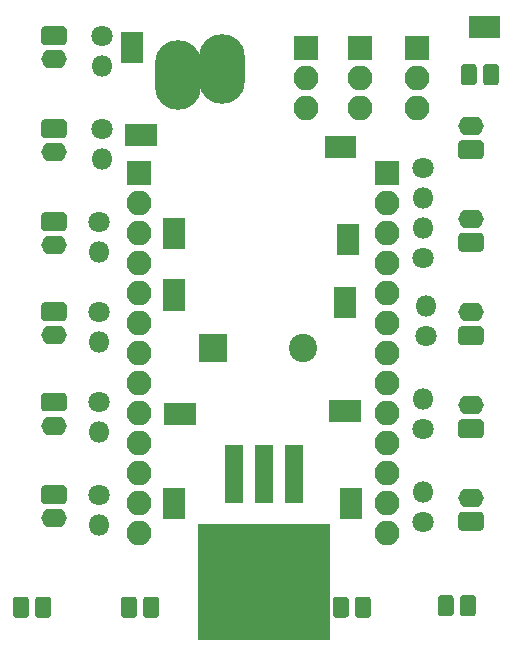
<source format=gbr>
G04 #@! TF.GenerationSoftware,KiCad,Pcbnew,5.0.0*
G04 #@! TF.CreationDate,2018-09-24T20:27:35+02:00*
G04 #@! TF.ProjectId,OpenRClight,4F70656E52436C696768742E6B696361,rev?*
G04 #@! TF.SameCoordinates,Original*
G04 #@! TF.FileFunction,Soldermask,Top*
G04 #@! TF.FilePolarity,Negative*
%FSLAX46Y46*%
G04 Gerber Fmt 4.6, Leading zero omitted, Abs format (unit mm)*
G04 Created by KiCad (PCBNEW 5.0.0) date Mon Sep 24 20:27:35 2018*
%MOMM*%
%LPD*%
G01*
G04 APERTURE LIST*
%ADD10C,1.800000*%
%ADD11O,1.800000X1.800000*%
%ADD12R,2.400000X2.400000*%
%ADD13C,2.400000*%
%ADD14C,0.100000*%
%ADD15C,1.375000*%
%ADD16O,2.150000X1.600000*%
%ADD17C,1.600000*%
%ADD18R,2.100000X2.100000*%
%ADD19O,2.100000X2.100000*%
%ADD20O,3.900000X5.900000*%
%ADD21R,1.900000X1.400000*%
%ADD22R,1.400000X1.900000*%
%ADD23R,1.500000X5.000000*%
%ADD24R,11.200000X9.800000*%
G04 APERTURE END LIST*
D10*
G04 #@! TO.C,R14*
X104902000Y-124460000D03*
D11*
X104902000Y-121920000D03*
G04 #@! TD*
D12*
G04 #@! TO.C,BZ1*
X86868000Y-125476000D03*
D13*
X94468000Y-125476000D03*
G04 #@! TD*
D14*
G04 #@! TO.C,D1*
G36*
X108913943Y-101463655D02*
X108947312Y-101468605D01*
X108980035Y-101476802D01*
X109011797Y-101488166D01*
X109042293Y-101502590D01*
X109071227Y-101519932D01*
X109098323Y-101540028D01*
X109123318Y-101562682D01*
X109145972Y-101587677D01*
X109166068Y-101614773D01*
X109183410Y-101643707D01*
X109197834Y-101674203D01*
X109209198Y-101705965D01*
X109217395Y-101738688D01*
X109222345Y-101772057D01*
X109224000Y-101805750D01*
X109224000Y-102918250D01*
X109222345Y-102951943D01*
X109217395Y-102985312D01*
X109209198Y-103018035D01*
X109197834Y-103049797D01*
X109183410Y-103080293D01*
X109166068Y-103109227D01*
X109145972Y-103136323D01*
X109123318Y-103161318D01*
X109098323Y-103183972D01*
X109071227Y-103204068D01*
X109042293Y-103221410D01*
X109011797Y-103235834D01*
X108980035Y-103247198D01*
X108947312Y-103255395D01*
X108913943Y-103260345D01*
X108880250Y-103262000D01*
X108192750Y-103262000D01*
X108159057Y-103260345D01*
X108125688Y-103255395D01*
X108092965Y-103247198D01*
X108061203Y-103235834D01*
X108030707Y-103221410D01*
X108001773Y-103204068D01*
X107974677Y-103183972D01*
X107949682Y-103161318D01*
X107927028Y-103136323D01*
X107906932Y-103109227D01*
X107889590Y-103080293D01*
X107875166Y-103049797D01*
X107863802Y-103018035D01*
X107855605Y-102985312D01*
X107850655Y-102951943D01*
X107849000Y-102918250D01*
X107849000Y-101805750D01*
X107850655Y-101772057D01*
X107855605Y-101738688D01*
X107863802Y-101705965D01*
X107875166Y-101674203D01*
X107889590Y-101643707D01*
X107906932Y-101614773D01*
X107927028Y-101587677D01*
X107949682Y-101562682D01*
X107974677Y-101540028D01*
X108001773Y-101519932D01*
X108030707Y-101502590D01*
X108061203Y-101488166D01*
X108092965Y-101476802D01*
X108125688Y-101468605D01*
X108159057Y-101463655D01*
X108192750Y-101462000D01*
X108880250Y-101462000D01*
X108913943Y-101463655D01*
X108913943Y-101463655D01*
G37*
D15*
X108536500Y-102362000D03*
D14*
G36*
X110788943Y-101463655D02*
X110822312Y-101468605D01*
X110855035Y-101476802D01*
X110886797Y-101488166D01*
X110917293Y-101502590D01*
X110946227Y-101519932D01*
X110973323Y-101540028D01*
X110998318Y-101562682D01*
X111020972Y-101587677D01*
X111041068Y-101614773D01*
X111058410Y-101643707D01*
X111072834Y-101674203D01*
X111084198Y-101705965D01*
X111092395Y-101738688D01*
X111097345Y-101772057D01*
X111099000Y-101805750D01*
X111099000Y-102918250D01*
X111097345Y-102951943D01*
X111092395Y-102985312D01*
X111084198Y-103018035D01*
X111072834Y-103049797D01*
X111058410Y-103080293D01*
X111041068Y-103109227D01*
X111020972Y-103136323D01*
X110998318Y-103161318D01*
X110973323Y-103183972D01*
X110946227Y-103204068D01*
X110917293Y-103221410D01*
X110886797Y-103235834D01*
X110855035Y-103247198D01*
X110822312Y-103255395D01*
X110788943Y-103260345D01*
X110755250Y-103262000D01*
X110067750Y-103262000D01*
X110034057Y-103260345D01*
X110000688Y-103255395D01*
X109967965Y-103247198D01*
X109936203Y-103235834D01*
X109905707Y-103221410D01*
X109876773Y-103204068D01*
X109849677Y-103183972D01*
X109824682Y-103161318D01*
X109802028Y-103136323D01*
X109781932Y-103109227D01*
X109764590Y-103080293D01*
X109750166Y-103049797D01*
X109738802Y-103018035D01*
X109730605Y-102985312D01*
X109725655Y-102951943D01*
X109724000Y-102918250D01*
X109724000Y-101805750D01*
X109725655Y-101772057D01*
X109730605Y-101738688D01*
X109738802Y-101705965D01*
X109750166Y-101674203D01*
X109764590Y-101643707D01*
X109781932Y-101614773D01*
X109802028Y-101587677D01*
X109824682Y-101562682D01*
X109849677Y-101540028D01*
X109876773Y-101519932D01*
X109905707Y-101502590D01*
X109936203Y-101488166D01*
X109967965Y-101476802D01*
X110000688Y-101468605D01*
X110034057Y-101463655D01*
X110067750Y-101462000D01*
X110755250Y-101462000D01*
X110788943Y-101463655D01*
X110788943Y-101463655D01*
G37*
D15*
X110411500Y-102362000D03*
G04 #@! TD*
D16*
G04 #@! TO.C,J1*
X73406000Y-139922000D03*
D14*
G36*
X74180340Y-137123605D02*
X74212698Y-137128405D01*
X74244429Y-137136353D01*
X74275229Y-137147373D01*
X74304800Y-137161359D01*
X74332857Y-137178177D01*
X74359132Y-137197663D01*
X74383369Y-137219631D01*
X74405337Y-137243868D01*
X74424823Y-137270143D01*
X74441641Y-137298200D01*
X74455627Y-137327771D01*
X74466647Y-137358571D01*
X74474595Y-137390302D01*
X74479395Y-137422660D01*
X74481000Y-137455332D01*
X74481000Y-138388668D01*
X74479395Y-138421340D01*
X74474595Y-138453698D01*
X74466647Y-138485429D01*
X74455627Y-138516229D01*
X74441641Y-138545800D01*
X74424823Y-138573857D01*
X74405337Y-138600132D01*
X74383369Y-138624369D01*
X74359132Y-138646337D01*
X74332857Y-138665823D01*
X74304800Y-138682641D01*
X74275229Y-138696627D01*
X74244429Y-138707647D01*
X74212698Y-138715595D01*
X74180340Y-138720395D01*
X74147668Y-138722000D01*
X72664332Y-138722000D01*
X72631660Y-138720395D01*
X72599302Y-138715595D01*
X72567571Y-138707647D01*
X72536771Y-138696627D01*
X72507200Y-138682641D01*
X72479143Y-138665823D01*
X72452868Y-138646337D01*
X72428631Y-138624369D01*
X72406663Y-138600132D01*
X72387177Y-138573857D01*
X72370359Y-138545800D01*
X72356373Y-138516229D01*
X72345353Y-138485429D01*
X72337405Y-138453698D01*
X72332605Y-138421340D01*
X72331000Y-138388668D01*
X72331000Y-137455332D01*
X72332605Y-137422660D01*
X72337405Y-137390302D01*
X72345353Y-137358571D01*
X72356373Y-137327771D01*
X72370359Y-137298200D01*
X72387177Y-137270143D01*
X72406663Y-137243868D01*
X72428631Y-137219631D01*
X72452868Y-137197663D01*
X72479143Y-137178177D01*
X72507200Y-137161359D01*
X72536771Y-137147373D01*
X72567571Y-137136353D01*
X72599302Y-137128405D01*
X72631660Y-137123605D01*
X72664332Y-137122000D01*
X74147668Y-137122000D01*
X74180340Y-137123605D01*
X74180340Y-137123605D01*
G37*
D17*
X73406000Y-137922000D03*
G04 #@! TD*
D14*
G04 #@! TO.C,J2*
G36*
X74180340Y-129281605D02*
X74212698Y-129286405D01*
X74244429Y-129294353D01*
X74275229Y-129305373D01*
X74304800Y-129319359D01*
X74332857Y-129336177D01*
X74359132Y-129355663D01*
X74383369Y-129377631D01*
X74405337Y-129401868D01*
X74424823Y-129428143D01*
X74441641Y-129456200D01*
X74455627Y-129485771D01*
X74466647Y-129516571D01*
X74474595Y-129548302D01*
X74479395Y-129580660D01*
X74481000Y-129613332D01*
X74481000Y-130546668D01*
X74479395Y-130579340D01*
X74474595Y-130611698D01*
X74466647Y-130643429D01*
X74455627Y-130674229D01*
X74441641Y-130703800D01*
X74424823Y-130731857D01*
X74405337Y-130758132D01*
X74383369Y-130782369D01*
X74359132Y-130804337D01*
X74332857Y-130823823D01*
X74304800Y-130840641D01*
X74275229Y-130854627D01*
X74244429Y-130865647D01*
X74212698Y-130873595D01*
X74180340Y-130878395D01*
X74147668Y-130880000D01*
X72664332Y-130880000D01*
X72631660Y-130878395D01*
X72599302Y-130873595D01*
X72567571Y-130865647D01*
X72536771Y-130854627D01*
X72507200Y-130840641D01*
X72479143Y-130823823D01*
X72452868Y-130804337D01*
X72428631Y-130782369D01*
X72406663Y-130758132D01*
X72387177Y-130731857D01*
X72370359Y-130703800D01*
X72356373Y-130674229D01*
X72345353Y-130643429D01*
X72337405Y-130611698D01*
X72332605Y-130579340D01*
X72331000Y-130546668D01*
X72331000Y-129613332D01*
X72332605Y-129580660D01*
X72337405Y-129548302D01*
X72345353Y-129516571D01*
X72356373Y-129485771D01*
X72370359Y-129456200D01*
X72387177Y-129428143D01*
X72406663Y-129401868D01*
X72428631Y-129377631D01*
X72452868Y-129355663D01*
X72479143Y-129336177D01*
X72507200Y-129319359D01*
X72536771Y-129305373D01*
X72567571Y-129294353D01*
X72599302Y-129286405D01*
X72631660Y-129281605D01*
X72664332Y-129280000D01*
X74147668Y-129280000D01*
X74180340Y-129281605D01*
X74180340Y-129281605D01*
G37*
D17*
X73406000Y-130080000D03*
D16*
X73406000Y-132080000D03*
G04 #@! TD*
D14*
G04 #@! TO.C,J3*
G36*
X74180340Y-121629605D02*
X74212698Y-121634405D01*
X74244429Y-121642353D01*
X74275229Y-121653373D01*
X74304800Y-121667359D01*
X74332857Y-121684177D01*
X74359132Y-121703663D01*
X74383369Y-121725631D01*
X74405337Y-121749868D01*
X74424823Y-121776143D01*
X74441641Y-121804200D01*
X74455627Y-121833771D01*
X74466647Y-121864571D01*
X74474595Y-121896302D01*
X74479395Y-121928660D01*
X74481000Y-121961332D01*
X74481000Y-122894668D01*
X74479395Y-122927340D01*
X74474595Y-122959698D01*
X74466647Y-122991429D01*
X74455627Y-123022229D01*
X74441641Y-123051800D01*
X74424823Y-123079857D01*
X74405337Y-123106132D01*
X74383369Y-123130369D01*
X74359132Y-123152337D01*
X74332857Y-123171823D01*
X74304800Y-123188641D01*
X74275229Y-123202627D01*
X74244429Y-123213647D01*
X74212698Y-123221595D01*
X74180340Y-123226395D01*
X74147668Y-123228000D01*
X72664332Y-123228000D01*
X72631660Y-123226395D01*
X72599302Y-123221595D01*
X72567571Y-123213647D01*
X72536771Y-123202627D01*
X72507200Y-123188641D01*
X72479143Y-123171823D01*
X72452868Y-123152337D01*
X72428631Y-123130369D01*
X72406663Y-123106132D01*
X72387177Y-123079857D01*
X72370359Y-123051800D01*
X72356373Y-123022229D01*
X72345353Y-122991429D01*
X72337405Y-122959698D01*
X72332605Y-122927340D01*
X72331000Y-122894668D01*
X72331000Y-121961332D01*
X72332605Y-121928660D01*
X72337405Y-121896302D01*
X72345353Y-121864571D01*
X72356373Y-121833771D01*
X72370359Y-121804200D01*
X72387177Y-121776143D01*
X72406663Y-121749868D01*
X72428631Y-121725631D01*
X72452868Y-121703663D01*
X72479143Y-121684177D01*
X72507200Y-121667359D01*
X72536771Y-121653373D01*
X72567571Y-121642353D01*
X72599302Y-121634405D01*
X72631660Y-121629605D01*
X72664332Y-121628000D01*
X74147668Y-121628000D01*
X74180340Y-121629605D01*
X74180340Y-121629605D01*
G37*
D17*
X73406000Y-122428000D03*
D16*
X73406000Y-124428000D03*
G04 #@! TD*
G04 #@! TO.C,J4*
X73406000Y-116808000D03*
D14*
G36*
X74180340Y-114009605D02*
X74212698Y-114014405D01*
X74244429Y-114022353D01*
X74275229Y-114033373D01*
X74304800Y-114047359D01*
X74332857Y-114064177D01*
X74359132Y-114083663D01*
X74383369Y-114105631D01*
X74405337Y-114129868D01*
X74424823Y-114156143D01*
X74441641Y-114184200D01*
X74455627Y-114213771D01*
X74466647Y-114244571D01*
X74474595Y-114276302D01*
X74479395Y-114308660D01*
X74481000Y-114341332D01*
X74481000Y-115274668D01*
X74479395Y-115307340D01*
X74474595Y-115339698D01*
X74466647Y-115371429D01*
X74455627Y-115402229D01*
X74441641Y-115431800D01*
X74424823Y-115459857D01*
X74405337Y-115486132D01*
X74383369Y-115510369D01*
X74359132Y-115532337D01*
X74332857Y-115551823D01*
X74304800Y-115568641D01*
X74275229Y-115582627D01*
X74244429Y-115593647D01*
X74212698Y-115601595D01*
X74180340Y-115606395D01*
X74147668Y-115608000D01*
X72664332Y-115608000D01*
X72631660Y-115606395D01*
X72599302Y-115601595D01*
X72567571Y-115593647D01*
X72536771Y-115582627D01*
X72507200Y-115568641D01*
X72479143Y-115551823D01*
X72452868Y-115532337D01*
X72428631Y-115510369D01*
X72406663Y-115486132D01*
X72387177Y-115459857D01*
X72370359Y-115431800D01*
X72356373Y-115402229D01*
X72345353Y-115371429D01*
X72337405Y-115339698D01*
X72332605Y-115307340D01*
X72331000Y-115274668D01*
X72331000Y-114341332D01*
X72332605Y-114308660D01*
X72337405Y-114276302D01*
X72345353Y-114244571D01*
X72356373Y-114213771D01*
X72370359Y-114184200D01*
X72387177Y-114156143D01*
X72406663Y-114129868D01*
X72428631Y-114105631D01*
X72452868Y-114083663D01*
X72479143Y-114064177D01*
X72507200Y-114047359D01*
X72536771Y-114033373D01*
X72567571Y-114022353D01*
X72599302Y-114014405D01*
X72631660Y-114009605D01*
X72664332Y-114008000D01*
X74147668Y-114008000D01*
X74180340Y-114009605D01*
X74180340Y-114009605D01*
G37*
D17*
X73406000Y-114808000D03*
G04 #@! TD*
D14*
G04 #@! TO.C,J5*
G36*
X74180340Y-106135605D02*
X74212698Y-106140405D01*
X74244429Y-106148353D01*
X74275229Y-106159373D01*
X74304800Y-106173359D01*
X74332857Y-106190177D01*
X74359132Y-106209663D01*
X74383369Y-106231631D01*
X74405337Y-106255868D01*
X74424823Y-106282143D01*
X74441641Y-106310200D01*
X74455627Y-106339771D01*
X74466647Y-106370571D01*
X74474595Y-106402302D01*
X74479395Y-106434660D01*
X74481000Y-106467332D01*
X74481000Y-107400668D01*
X74479395Y-107433340D01*
X74474595Y-107465698D01*
X74466647Y-107497429D01*
X74455627Y-107528229D01*
X74441641Y-107557800D01*
X74424823Y-107585857D01*
X74405337Y-107612132D01*
X74383369Y-107636369D01*
X74359132Y-107658337D01*
X74332857Y-107677823D01*
X74304800Y-107694641D01*
X74275229Y-107708627D01*
X74244429Y-107719647D01*
X74212698Y-107727595D01*
X74180340Y-107732395D01*
X74147668Y-107734000D01*
X72664332Y-107734000D01*
X72631660Y-107732395D01*
X72599302Y-107727595D01*
X72567571Y-107719647D01*
X72536771Y-107708627D01*
X72507200Y-107694641D01*
X72479143Y-107677823D01*
X72452868Y-107658337D01*
X72428631Y-107636369D01*
X72406663Y-107612132D01*
X72387177Y-107585857D01*
X72370359Y-107557800D01*
X72356373Y-107528229D01*
X72345353Y-107497429D01*
X72337405Y-107465698D01*
X72332605Y-107433340D01*
X72331000Y-107400668D01*
X72331000Y-106467332D01*
X72332605Y-106434660D01*
X72337405Y-106402302D01*
X72345353Y-106370571D01*
X72356373Y-106339771D01*
X72370359Y-106310200D01*
X72387177Y-106282143D01*
X72406663Y-106255868D01*
X72428631Y-106231631D01*
X72452868Y-106209663D01*
X72479143Y-106190177D01*
X72507200Y-106173359D01*
X72536771Y-106159373D01*
X72567571Y-106148353D01*
X72599302Y-106140405D01*
X72631660Y-106135605D01*
X72664332Y-106134000D01*
X74147668Y-106134000D01*
X74180340Y-106135605D01*
X74180340Y-106135605D01*
G37*
D17*
X73406000Y-106934000D03*
D16*
X73406000Y-108934000D03*
G04 #@! TD*
G04 #@! TO.C,J6*
X73406000Y-101060000D03*
D14*
G36*
X74180340Y-98261605D02*
X74212698Y-98266405D01*
X74244429Y-98274353D01*
X74275229Y-98285373D01*
X74304800Y-98299359D01*
X74332857Y-98316177D01*
X74359132Y-98335663D01*
X74383369Y-98357631D01*
X74405337Y-98381868D01*
X74424823Y-98408143D01*
X74441641Y-98436200D01*
X74455627Y-98465771D01*
X74466647Y-98496571D01*
X74474595Y-98528302D01*
X74479395Y-98560660D01*
X74481000Y-98593332D01*
X74481000Y-99526668D01*
X74479395Y-99559340D01*
X74474595Y-99591698D01*
X74466647Y-99623429D01*
X74455627Y-99654229D01*
X74441641Y-99683800D01*
X74424823Y-99711857D01*
X74405337Y-99738132D01*
X74383369Y-99762369D01*
X74359132Y-99784337D01*
X74332857Y-99803823D01*
X74304800Y-99820641D01*
X74275229Y-99834627D01*
X74244429Y-99845647D01*
X74212698Y-99853595D01*
X74180340Y-99858395D01*
X74147668Y-99860000D01*
X72664332Y-99860000D01*
X72631660Y-99858395D01*
X72599302Y-99853595D01*
X72567571Y-99845647D01*
X72536771Y-99834627D01*
X72507200Y-99820641D01*
X72479143Y-99803823D01*
X72452868Y-99784337D01*
X72428631Y-99762369D01*
X72406663Y-99738132D01*
X72387177Y-99711857D01*
X72370359Y-99683800D01*
X72356373Y-99654229D01*
X72345353Y-99623429D01*
X72337405Y-99591698D01*
X72332605Y-99559340D01*
X72331000Y-99526668D01*
X72331000Y-98593332D01*
X72332605Y-98560660D01*
X72337405Y-98528302D01*
X72345353Y-98496571D01*
X72356373Y-98465771D01*
X72370359Y-98436200D01*
X72387177Y-98408143D01*
X72406663Y-98381868D01*
X72428631Y-98357631D01*
X72452868Y-98335663D01*
X72479143Y-98316177D01*
X72507200Y-98299359D01*
X72536771Y-98285373D01*
X72567571Y-98274353D01*
X72599302Y-98266405D01*
X72631660Y-98261605D01*
X72664332Y-98260000D01*
X74147668Y-98260000D01*
X74180340Y-98261605D01*
X74180340Y-98261605D01*
G37*
D17*
X73406000Y-99060000D03*
G04 #@! TD*
D14*
G04 #@! TO.C,J7*
G36*
X109486340Y-139377605D02*
X109518698Y-139382405D01*
X109550429Y-139390353D01*
X109581229Y-139401373D01*
X109610800Y-139415359D01*
X109638857Y-139432177D01*
X109665132Y-139451663D01*
X109689369Y-139473631D01*
X109711337Y-139497868D01*
X109730823Y-139524143D01*
X109747641Y-139552200D01*
X109761627Y-139581771D01*
X109772647Y-139612571D01*
X109780595Y-139644302D01*
X109785395Y-139676660D01*
X109787000Y-139709332D01*
X109787000Y-140642668D01*
X109785395Y-140675340D01*
X109780595Y-140707698D01*
X109772647Y-140739429D01*
X109761627Y-140770229D01*
X109747641Y-140799800D01*
X109730823Y-140827857D01*
X109711337Y-140854132D01*
X109689369Y-140878369D01*
X109665132Y-140900337D01*
X109638857Y-140919823D01*
X109610800Y-140936641D01*
X109581229Y-140950627D01*
X109550429Y-140961647D01*
X109518698Y-140969595D01*
X109486340Y-140974395D01*
X109453668Y-140976000D01*
X107970332Y-140976000D01*
X107937660Y-140974395D01*
X107905302Y-140969595D01*
X107873571Y-140961647D01*
X107842771Y-140950627D01*
X107813200Y-140936641D01*
X107785143Y-140919823D01*
X107758868Y-140900337D01*
X107734631Y-140878369D01*
X107712663Y-140854132D01*
X107693177Y-140827857D01*
X107676359Y-140799800D01*
X107662373Y-140770229D01*
X107651353Y-140739429D01*
X107643405Y-140707698D01*
X107638605Y-140675340D01*
X107637000Y-140642668D01*
X107637000Y-139709332D01*
X107638605Y-139676660D01*
X107643405Y-139644302D01*
X107651353Y-139612571D01*
X107662373Y-139581771D01*
X107676359Y-139552200D01*
X107693177Y-139524143D01*
X107712663Y-139497868D01*
X107734631Y-139473631D01*
X107758868Y-139451663D01*
X107785143Y-139432177D01*
X107813200Y-139415359D01*
X107842771Y-139401373D01*
X107873571Y-139390353D01*
X107905302Y-139382405D01*
X107937660Y-139377605D01*
X107970332Y-139376000D01*
X109453668Y-139376000D01*
X109486340Y-139377605D01*
X109486340Y-139377605D01*
G37*
D17*
X108712000Y-140176000D03*
D16*
X108712000Y-138176000D03*
G04 #@! TD*
G04 #@! TO.C,J8*
X108712000Y-130334000D03*
D14*
G36*
X109486340Y-131535605D02*
X109518698Y-131540405D01*
X109550429Y-131548353D01*
X109581229Y-131559373D01*
X109610800Y-131573359D01*
X109638857Y-131590177D01*
X109665132Y-131609663D01*
X109689369Y-131631631D01*
X109711337Y-131655868D01*
X109730823Y-131682143D01*
X109747641Y-131710200D01*
X109761627Y-131739771D01*
X109772647Y-131770571D01*
X109780595Y-131802302D01*
X109785395Y-131834660D01*
X109787000Y-131867332D01*
X109787000Y-132800668D01*
X109785395Y-132833340D01*
X109780595Y-132865698D01*
X109772647Y-132897429D01*
X109761627Y-132928229D01*
X109747641Y-132957800D01*
X109730823Y-132985857D01*
X109711337Y-133012132D01*
X109689369Y-133036369D01*
X109665132Y-133058337D01*
X109638857Y-133077823D01*
X109610800Y-133094641D01*
X109581229Y-133108627D01*
X109550429Y-133119647D01*
X109518698Y-133127595D01*
X109486340Y-133132395D01*
X109453668Y-133134000D01*
X107970332Y-133134000D01*
X107937660Y-133132395D01*
X107905302Y-133127595D01*
X107873571Y-133119647D01*
X107842771Y-133108627D01*
X107813200Y-133094641D01*
X107785143Y-133077823D01*
X107758868Y-133058337D01*
X107734631Y-133036369D01*
X107712663Y-133012132D01*
X107693177Y-132985857D01*
X107676359Y-132957800D01*
X107662373Y-132928229D01*
X107651353Y-132897429D01*
X107643405Y-132865698D01*
X107638605Y-132833340D01*
X107637000Y-132800668D01*
X107637000Y-131867332D01*
X107638605Y-131834660D01*
X107643405Y-131802302D01*
X107651353Y-131770571D01*
X107662373Y-131739771D01*
X107676359Y-131710200D01*
X107693177Y-131682143D01*
X107712663Y-131655868D01*
X107734631Y-131631631D01*
X107758868Y-131609663D01*
X107785143Y-131590177D01*
X107813200Y-131573359D01*
X107842771Y-131559373D01*
X107873571Y-131548353D01*
X107905302Y-131540405D01*
X107937660Y-131535605D01*
X107970332Y-131534000D01*
X109453668Y-131534000D01*
X109486340Y-131535605D01*
X109486340Y-131535605D01*
G37*
D17*
X108712000Y-132334000D03*
G04 #@! TD*
D14*
G04 #@! TO.C,J9*
G36*
X109486340Y-123661605D02*
X109518698Y-123666405D01*
X109550429Y-123674353D01*
X109581229Y-123685373D01*
X109610800Y-123699359D01*
X109638857Y-123716177D01*
X109665132Y-123735663D01*
X109689369Y-123757631D01*
X109711337Y-123781868D01*
X109730823Y-123808143D01*
X109747641Y-123836200D01*
X109761627Y-123865771D01*
X109772647Y-123896571D01*
X109780595Y-123928302D01*
X109785395Y-123960660D01*
X109787000Y-123993332D01*
X109787000Y-124926668D01*
X109785395Y-124959340D01*
X109780595Y-124991698D01*
X109772647Y-125023429D01*
X109761627Y-125054229D01*
X109747641Y-125083800D01*
X109730823Y-125111857D01*
X109711337Y-125138132D01*
X109689369Y-125162369D01*
X109665132Y-125184337D01*
X109638857Y-125203823D01*
X109610800Y-125220641D01*
X109581229Y-125234627D01*
X109550429Y-125245647D01*
X109518698Y-125253595D01*
X109486340Y-125258395D01*
X109453668Y-125260000D01*
X107970332Y-125260000D01*
X107937660Y-125258395D01*
X107905302Y-125253595D01*
X107873571Y-125245647D01*
X107842771Y-125234627D01*
X107813200Y-125220641D01*
X107785143Y-125203823D01*
X107758868Y-125184337D01*
X107734631Y-125162369D01*
X107712663Y-125138132D01*
X107693177Y-125111857D01*
X107676359Y-125083800D01*
X107662373Y-125054229D01*
X107651353Y-125023429D01*
X107643405Y-124991698D01*
X107638605Y-124959340D01*
X107637000Y-124926668D01*
X107637000Y-123993332D01*
X107638605Y-123960660D01*
X107643405Y-123928302D01*
X107651353Y-123896571D01*
X107662373Y-123865771D01*
X107676359Y-123836200D01*
X107693177Y-123808143D01*
X107712663Y-123781868D01*
X107734631Y-123757631D01*
X107758868Y-123735663D01*
X107785143Y-123716177D01*
X107813200Y-123699359D01*
X107842771Y-123685373D01*
X107873571Y-123674353D01*
X107905302Y-123666405D01*
X107937660Y-123661605D01*
X107970332Y-123660000D01*
X109453668Y-123660000D01*
X109486340Y-123661605D01*
X109486340Y-123661605D01*
G37*
D17*
X108712000Y-124460000D03*
D16*
X108712000Y-122460000D03*
G04 #@! TD*
G04 #@! TO.C,J10*
X108712000Y-114554000D03*
D14*
G36*
X109486340Y-115755605D02*
X109518698Y-115760405D01*
X109550429Y-115768353D01*
X109581229Y-115779373D01*
X109610800Y-115793359D01*
X109638857Y-115810177D01*
X109665132Y-115829663D01*
X109689369Y-115851631D01*
X109711337Y-115875868D01*
X109730823Y-115902143D01*
X109747641Y-115930200D01*
X109761627Y-115959771D01*
X109772647Y-115990571D01*
X109780595Y-116022302D01*
X109785395Y-116054660D01*
X109787000Y-116087332D01*
X109787000Y-117020668D01*
X109785395Y-117053340D01*
X109780595Y-117085698D01*
X109772647Y-117117429D01*
X109761627Y-117148229D01*
X109747641Y-117177800D01*
X109730823Y-117205857D01*
X109711337Y-117232132D01*
X109689369Y-117256369D01*
X109665132Y-117278337D01*
X109638857Y-117297823D01*
X109610800Y-117314641D01*
X109581229Y-117328627D01*
X109550429Y-117339647D01*
X109518698Y-117347595D01*
X109486340Y-117352395D01*
X109453668Y-117354000D01*
X107970332Y-117354000D01*
X107937660Y-117352395D01*
X107905302Y-117347595D01*
X107873571Y-117339647D01*
X107842771Y-117328627D01*
X107813200Y-117314641D01*
X107785143Y-117297823D01*
X107758868Y-117278337D01*
X107734631Y-117256369D01*
X107712663Y-117232132D01*
X107693177Y-117205857D01*
X107676359Y-117177800D01*
X107662373Y-117148229D01*
X107651353Y-117117429D01*
X107643405Y-117085698D01*
X107638605Y-117053340D01*
X107637000Y-117020668D01*
X107637000Y-116087332D01*
X107638605Y-116054660D01*
X107643405Y-116022302D01*
X107651353Y-115990571D01*
X107662373Y-115959771D01*
X107676359Y-115930200D01*
X107693177Y-115902143D01*
X107712663Y-115875868D01*
X107734631Y-115851631D01*
X107758868Y-115829663D01*
X107785143Y-115810177D01*
X107813200Y-115793359D01*
X107842771Y-115779373D01*
X107873571Y-115768353D01*
X107905302Y-115760405D01*
X107937660Y-115755605D01*
X107970332Y-115754000D01*
X109453668Y-115754000D01*
X109486340Y-115755605D01*
X109486340Y-115755605D01*
G37*
D17*
X108712000Y-116554000D03*
G04 #@! TD*
D14*
G04 #@! TO.C,J11*
G36*
X109486340Y-107913605D02*
X109518698Y-107918405D01*
X109550429Y-107926353D01*
X109581229Y-107937373D01*
X109610800Y-107951359D01*
X109638857Y-107968177D01*
X109665132Y-107987663D01*
X109689369Y-108009631D01*
X109711337Y-108033868D01*
X109730823Y-108060143D01*
X109747641Y-108088200D01*
X109761627Y-108117771D01*
X109772647Y-108148571D01*
X109780595Y-108180302D01*
X109785395Y-108212660D01*
X109787000Y-108245332D01*
X109787000Y-109178668D01*
X109785395Y-109211340D01*
X109780595Y-109243698D01*
X109772647Y-109275429D01*
X109761627Y-109306229D01*
X109747641Y-109335800D01*
X109730823Y-109363857D01*
X109711337Y-109390132D01*
X109689369Y-109414369D01*
X109665132Y-109436337D01*
X109638857Y-109455823D01*
X109610800Y-109472641D01*
X109581229Y-109486627D01*
X109550429Y-109497647D01*
X109518698Y-109505595D01*
X109486340Y-109510395D01*
X109453668Y-109512000D01*
X107970332Y-109512000D01*
X107937660Y-109510395D01*
X107905302Y-109505595D01*
X107873571Y-109497647D01*
X107842771Y-109486627D01*
X107813200Y-109472641D01*
X107785143Y-109455823D01*
X107758868Y-109436337D01*
X107734631Y-109414369D01*
X107712663Y-109390132D01*
X107693177Y-109363857D01*
X107676359Y-109335800D01*
X107662373Y-109306229D01*
X107651353Y-109275429D01*
X107643405Y-109243698D01*
X107638605Y-109211340D01*
X107637000Y-109178668D01*
X107637000Y-108245332D01*
X107638605Y-108212660D01*
X107643405Y-108180302D01*
X107651353Y-108148571D01*
X107662373Y-108117771D01*
X107676359Y-108088200D01*
X107693177Y-108060143D01*
X107712663Y-108033868D01*
X107734631Y-108009631D01*
X107758868Y-107987663D01*
X107785143Y-107968177D01*
X107813200Y-107951359D01*
X107842771Y-107937373D01*
X107873571Y-107926353D01*
X107905302Y-107918405D01*
X107937660Y-107913605D01*
X107970332Y-107912000D01*
X109453668Y-107912000D01*
X109486340Y-107913605D01*
X109486340Y-107913605D01*
G37*
D17*
X108712000Y-108712000D03*
D16*
X108712000Y-106712000D03*
G04 #@! TD*
D18*
G04 #@! TO.C,J12*
X94742000Y-100076000D03*
D19*
X94742000Y-102616000D03*
X94742000Y-105156000D03*
G04 #@! TD*
D18*
G04 #@! TO.C,J13*
X99314000Y-100076000D03*
D19*
X99314000Y-102616000D03*
X99314000Y-105156000D03*
G04 #@! TD*
G04 #@! TO.C,J14*
X104140000Y-105156000D03*
X104140000Y-102616000D03*
D18*
X104140000Y-100076000D03*
G04 #@! TD*
D20*
G04 #@! TO.C,J15*
X87630000Y-101854000D03*
X83880000Y-102404000D03*
G04 #@! TD*
D21*
G04 #@! TO.C,JP1*
X83566000Y-139334000D03*
X83566000Y-138034000D03*
G04 #@! TD*
D22*
G04 #@! TO.C,JP2*
X83424000Y-131064000D03*
X84724000Y-131064000D03*
G04 #@! TD*
D21*
G04 #@! TO.C,JP3*
X83566000Y-120366000D03*
X83566000Y-121666000D03*
G04 #@! TD*
G04 #@! TO.C,JP4*
X83566000Y-115174000D03*
X83566000Y-116474000D03*
G04 #@! TD*
D22*
G04 #@! TO.C,JP5*
X81422000Y-107442000D03*
X80122000Y-107442000D03*
G04 #@! TD*
D21*
G04 #@! TO.C,JP6*
X80010000Y-100726000D03*
X80010000Y-99426000D03*
G04 #@! TD*
G04 #@! TO.C,JP7*
X98552000Y-139334000D03*
X98552000Y-138034000D03*
G04 #@! TD*
D22*
G04 #@! TO.C,JP8*
X97394000Y-130810000D03*
X98694000Y-130810000D03*
G04 #@! TD*
D21*
G04 #@! TO.C,JP9*
X98044000Y-122316000D03*
X98044000Y-121016000D03*
G04 #@! TD*
G04 #@! TO.C,JP10*
X98298000Y-116982000D03*
X98298000Y-115682000D03*
G04 #@! TD*
D22*
G04 #@! TO.C,JP11*
X98313000Y-108458000D03*
X97013000Y-108458000D03*
G04 #@! TD*
G04 #@! TO.C,JP12*
X109220000Y-98298000D03*
X110520000Y-98298000D03*
G04 #@! TD*
D14*
G04 #@! TO.C,R1*
G36*
X70989443Y-146548655D02*
X71022812Y-146553605D01*
X71055535Y-146561802D01*
X71087297Y-146573166D01*
X71117793Y-146587590D01*
X71146727Y-146604932D01*
X71173823Y-146625028D01*
X71198818Y-146647682D01*
X71221472Y-146672677D01*
X71241568Y-146699773D01*
X71258910Y-146728707D01*
X71273334Y-146759203D01*
X71284698Y-146790965D01*
X71292895Y-146823688D01*
X71297845Y-146857057D01*
X71299500Y-146890750D01*
X71299500Y-148003250D01*
X71297845Y-148036943D01*
X71292895Y-148070312D01*
X71284698Y-148103035D01*
X71273334Y-148134797D01*
X71258910Y-148165293D01*
X71241568Y-148194227D01*
X71221472Y-148221323D01*
X71198818Y-148246318D01*
X71173823Y-148268972D01*
X71146727Y-148289068D01*
X71117793Y-148306410D01*
X71087297Y-148320834D01*
X71055535Y-148332198D01*
X71022812Y-148340395D01*
X70989443Y-148345345D01*
X70955750Y-148347000D01*
X70268250Y-148347000D01*
X70234557Y-148345345D01*
X70201188Y-148340395D01*
X70168465Y-148332198D01*
X70136703Y-148320834D01*
X70106207Y-148306410D01*
X70077273Y-148289068D01*
X70050177Y-148268972D01*
X70025182Y-148246318D01*
X70002528Y-148221323D01*
X69982432Y-148194227D01*
X69965090Y-148165293D01*
X69950666Y-148134797D01*
X69939302Y-148103035D01*
X69931105Y-148070312D01*
X69926155Y-148036943D01*
X69924500Y-148003250D01*
X69924500Y-146890750D01*
X69926155Y-146857057D01*
X69931105Y-146823688D01*
X69939302Y-146790965D01*
X69950666Y-146759203D01*
X69965090Y-146728707D01*
X69982432Y-146699773D01*
X70002528Y-146672677D01*
X70025182Y-146647682D01*
X70050177Y-146625028D01*
X70077273Y-146604932D01*
X70106207Y-146587590D01*
X70136703Y-146573166D01*
X70168465Y-146561802D01*
X70201188Y-146553605D01*
X70234557Y-146548655D01*
X70268250Y-146547000D01*
X70955750Y-146547000D01*
X70989443Y-146548655D01*
X70989443Y-146548655D01*
G37*
D15*
X70612000Y-147447000D03*
D14*
G36*
X72864443Y-146548655D02*
X72897812Y-146553605D01*
X72930535Y-146561802D01*
X72962297Y-146573166D01*
X72992793Y-146587590D01*
X73021727Y-146604932D01*
X73048823Y-146625028D01*
X73073818Y-146647682D01*
X73096472Y-146672677D01*
X73116568Y-146699773D01*
X73133910Y-146728707D01*
X73148334Y-146759203D01*
X73159698Y-146790965D01*
X73167895Y-146823688D01*
X73172845Y-146857057D01*
X73174500Y-146890750D01*
X73174500Y-148003250D01*
X73172845Y-148036943D01*
X73167895Y-148070312D01*
X73159698Y-148103035D01*
X73148334Y-148134797D01*
X73133910Y-148165293D01*
X73116568Y-148194227D01*
X73096472Y-148221323D01*
X73073818Y-148246318D01*
X73048823Y-148268972D01*
X73021727Y-148289068D01*
X72992793Y-148306410D01*
X72962297Y-148320834D01*
X72930535Y-148332198D01*
X72897812Y-148340395D01*
X72864443Y-148345345D01*
X72830750Y-148347000D01*
X72143250Y-148347000D01*
X72109557Y-148345345D01*
X72076188Y-148340395D01*
X72043465Y-148332198D01*
X72011703Y-148320834D01*
X71981207Y-148306410D01*
X71952273Y-148289068D01*
X71925177Y-148268972D01*
X71900182Y-148246318D01*
X71877528Y-148221323D01*
X71857432Y-148194227D01*
X71840090Y-148165293D01*
X71825666Y-148134797D01*
X71814302Y-148103035D01*
X71806105Y-148070312D01*
X71801155Y-148036943D01*
X71799500Y-148003250D01*
X71799500Y-146890750D01*
X71801155Y-146857057D01*
X71806105Y-146823688D01*
X71814302Y-146790965D01*
X71825666Y-146759203D01*
X71840090Y-146728707D01*
X71857432Y-146699773D01*
X71877528Y-146672677D01*
X71900182Y-146647682D01*
X71925177Y-146625028D01*
X71952273Y-146604932D01*
X71981207Y-146587590D01*
X72011703Y-146573166D01*
X72043465Y-146561802D01*
X72076188Y-146553605D01*
X72109557Y-146548655D01*
X72143250Y-146547000D01*
X72830750Y-146547000D01*
X72864443Y-146548655D01*
X72864443Y-146548655D01*
G37*
D15*
X72487000Y-147447000D03*
G04 #@! TD*
D14*
G04 #@! TO.C,R2*
G36*
X82008443Y-146548655D02*
X82041812Y-146553605D01*
X82074535Y-146561802D01*
X82106297Y-146573166D01*
X82136793Y-146587590D01*
X82165727Y-146604932D01*
X82192823Y-146625028D01*
X82217818Y-146647682D01*
X82240472Y-146672677D01*
X82260568Y-146699773D01*
X82277910Y-146728707D01*
X82292334Y-146759203D01*
X82303698Y-146790965D01*
X82311895Y-146823688D01*
X82316845Y-146857057D01*
X82318500Y-146890750D01*
X82318500Y-148003250D01*
X82316845Y-148036943D01*
X82311895Y-148070312D01*
X82303698Y-148103035D01*
X82292334Y-148134797D01*
X82277910Y-148165293D01*
X82260568Y-148194227D01*
X82240472Y-148221323D01*
X82217818Y-148246318D01*
X82192823Y-148268972D01*
X82165727Y-148289068D01*
X82136793Y-148306410D01*
X82106297Y-148320834D01*
X82074535Y-148332198D01*
X82041812Y-148340395D01*
X82008443Y-148345345D01*
X81974750Y-148347000D01*
X81287250Y-148347000D01*
X81253557Y-148345345D01*
X81220188Y-148340395D01*
X81187465Y-148332198D01*
X81155703Y-148320834D01*
X81125207Y-148306410D01*
X81096273Y-148289068D01*
X81069177Y-148268972D01*
X81044182Y-148246318D01*
X81021528Y-148221323D01*
X81001432Y-148194227D01*
X80984090Y-148165293D01*
X80969666Y-148134797D01*
X80958302Y-148103035D01*
X80950105Y-148070312D01*
X80945155Y-148036943D01*
X80943500Y-148003250D01*
X80943500Y-146890750D01*
X80945155Y-146857057D01*
X80950105Y-146823688D01*
X80958302Y-146790965D01*
X80969666Y-146759203D01*
X80984090Y-146728707D01*
X81001432Y-146699773D01*
X81021528Y-146672677D01*
X81044182Y-146647682D01*
X81069177Y-146625028D01*
X81096273Y-146604932D01*
X81125207Y-146587590D01*
X81155703Y-146573166D01*
X81187465Y-146561802D01*
X81220188Y-146553605D01*
X81253557Y-146548655D01*
X81287250Y-146547000D01*
X81974750Y-146547000D01*
X82008443Y-146548655D01*
X82008443Y-146548655D01*
G37*
D15*
X81631000Y-147447000D03*
D14*
G36*
X80133443Y-146548655D02*
X80166812Y-146553605D01*
X80199535Y-146561802D01*
X80231297Y-146573166D01*
X80261793Y-146587590D01*
X80290727Y-146604932D01*
X80317823Y-146625028D01*
X80342818Y-146647682D01*
X80365472Y-146672677D01*
X80385568Y-146699773D01*
X80402910Y-146728707D01*
X80417334Y-146759203D01*
X80428698Y-146790965D01*
X80436895Y-146823688D01*
X80441845Y-146857057D01*
X80443500Y-146890750D01*
X80443500Y-148003250D01*
X80441845Y-148036943D01*
X80436895Y-148070312D01*
X80428698Y-148103035D01*
X80417334Y-148134797D01*
X80402910Y-148165293D01*
X80385568Y-148194227D01*
X80365472Y-148221323D01*
X80342818Y-148246318D01*
X80317823Y-148268972D01*
X80290727Y-148289068D01*
X80261793Y-148306410D01*
X80231297Y-148320834D01*
X80199535Y-148332198D01*
X80166812Y-148340395D01*
X80133443Y-148345345D01*
X80099750Y-148347000D01*
X79412250Y-148347000D01*
X79378557Y-148345345D01*
X79345188Y-148340395D01*
X79312465Y-148332198D01*
X79280703Y-148320834D01*
X79250207Y-148306410D01*
X79221273Y-148289068D01*
X79194177Y-148268972D01*
X79169182Y-148246318D01*
X79146528Y-148221323D01*
X79126432Y-148194227D01*
X79109090Y-148165293D01*
X79094666Y-148134797D01*
X79083302Y-148103035D01*
X79075105Y-148070312D01*
X79070155Y-148036943D01*
X79068500Y-148003250D01*
X79068500Y-146890750D01*
X79070155Y-146857057D01*
X79075105Y-146823688D01*
X79083302Y-146790965D01*
X79094666Y-146759203D01*
X79109090Y-146728707D01*
X79126432Y-146699773D01*
X79146528Y-146672677D01*
X79169182Y-146647682D01*
X79194177Y-146625028D01*
X79221273Y-146604932D01*
X79250207Y-146587590D01*
X79280703Y-146573166D01*
X79312465Y-146561802D01*
X79345188Y-146553605D01*
X79378557Y-146548655D01*
X79412250Y-146547000D01*
X80099750Y-146547000D01*
X80133443Y-146548655D01*
X80133443Y-146548655D01*
G37*
D15*
X79756000Y-147447000D03*
G04 #@! TD*
D14*
G04 #@! TO.C,R4*
G36*
X98070443Y-146548655D02*
X98103812Y-146553605D01*
X98136535Y-146561802D01*
X98168297Y-146573166D01*
X98198793Y-146587590D01*
X98227727Y-146604932D01*
X98254823Y-146625028D01*
X98279818Y-146647682D01*
X98302472Y-146672677D01*
X98322568Y-146699773D01*
X98339910Y-146728707D01*
X98354334Y-146759203D01*
X98365698Y-146790965D01*
X98373895Y-146823688D01*
X98378845Y-146857057D01*
X98380500Y-146890750D01*
X98380500Y-148003250D01*
X98378845Y-148036943D01*
X98373895Y-148070312D01*
X98365698Y-148103035D01*
X98354334Y-148134797D01*
X98339910Y-148165293D01*
X98322568Y-148194227D01*
X98302472Y-148221323D01*
X98279818Y-148246318D01*
X98254823Y-148268972D01*
X98227727Y-148289068D01*
X98198793Y-148306410D01*
X98168297Y-148320834D01*
X98136535Y-148332198D01*
X98103812Y-148340395D01*
X98070443Y-148345345D01*
X98036750Y-148347000D01*
X97349250Y-148347000D01*
X97315557Y-148345345D01*
X97282188Y-148340395D01*
X97249465Y-148332198D01*
X97217703Y-148320834D01*
X97187207Y-148306410D01*
X97158273Y-148289068D01*
X97131177Y-148268972D01*
X97106182Y-148246318D01*
X97083528Y-148221323D01*
X97063432Y-148194227D01*
X97046090Y-148165293D01*
X97031666Y-148134797D01*
X97020302Y-148103035D01*
X97012105Y-148070312D01*
X97007155Y-148036943D01*
X97005500Y-148003250D01*
X97005500Y-146890750D01*
X97007155Y-146857057D01*
X97012105Y-146823688D01*
X97020302Y-146790965D01*
X97031666Y-146759203D01*
X97046090Y-146728707D01*
X97063432Y-146699773D01*
X97083528Y-146672677D01*
X97106182Y-146647682D01*
X97131177Y-146625028D01*
X97158273Y-146604932D01*
X97187207Y-146587590D01*
X97217703Y-146573166D01*
X97249465Y-146561802D01*
X97282188Y-146553605D01*
X97315557Y-146548655D01*
X97349250Y-146547000D01*
X98036750Y-146547000D01*
X98070443Y-146548655D01*
X98070443Y-146548655D01*
G37*
D15*
X97693000Y-147447000D03*
D14*
G36*
X99945443Y-146548655D02*
X99978812Y-146553605D01*
X100011535Y-146561802D01*
X100043297Y-146573166D01*
X100073793Y-146587590D01*
X100102727Y-146604932D01*
X100129823Y-146625028D01*
X100154818Y-146647682D01*
X100177472Y-146672677D01*
X100197568Y-146699773D01*
X100214910Y-146728707D01*
X100229334Y-146759203D01*
X100240698Y-146790965D01*
X100248895Y-146823688D01*
X100253845Y-146857057D01*
X100255500Y-146890750D01*
X100255500Y-148003250D01*
X100253845Y-148036943D01*
X100248895Y-148070312D01*
X100240698Y-148103035D01*
X100229334Y-148134797D01*
X100214910Y-148165293D01*
X100197568Y-148194227D01*
X100177472Y-148221323D01*
X100154818Y-148246318D01*
X100129823Y-148268972D01*
X100102727Y-148289068D01*
X100073793Y-148306410D01*
X100043297Y-148320834D01*
X100011535Y-148332198D01*
X99978812Y-148340395D01*
X99945443Y-148345345D01*
X99911750Y-148347000D01*
X99224250Y-148347000D01*
X99190557Y-148345345D01*
X99157188Y-148340395D01*
X99124465Y-148332198D01*
X99092703Y-148320834D01*
X99062207Y-148306410D01*
X99033273Y-148289068D01*
X99006177Y-148268972D01*
X98981182Y-148246318D01*
X98958528Y-148221323D01*
X98938432Y-148194227D01*
X98921090Y-148165293D01*
X98906666Y-148134797D01*
X98895302Y-148103035D01*
X98887105Y-148070312D01*
X98882155Y-148036943D01*
X98880500Y-148003250D01*
X98880500Y-146890750D01*
X98882155Y-146857057D01*
X98887105Y-146823688D01*
X98895302Y-146790965D01*
X98906666Y-146759203D01*
X98921090Y-146728707D01*
X98938432Y-146699773D01*
X98958528Y-146672677D01*
X98981182Y-146647682D01*
X99006177Y-146625028D01*
X99033273Y-146604932D01*
X99062207Y-146587590D01*
X99092703Y-146573166D01*
X99124465Y-146561802D01*
X99157188Y-146553605D01*
X99190557Y-146548655D01*
X99224250Y-146547000D01*
X99911750Y-146547000D01*
X99945443Y-146548655D01*
X99945443Y-146548655D01*
G37*
D15*
X99568000Y-147447000D03*
G04 #@! TD*
D14*
G04 #@! TO.C,R5*
G36*
X108834943Y-146421655D02*
X108868312Y-146426605D01*
X108901035Y-146434802D01*
X108932797Y-146446166D01*
X108963293Y-146460590D01*
X108992227Y-146477932D01*
X109019323Y-146498028D01*
X109044318Y-146520682D01*
X109066972Y-146545677D01*
X109087068Y-146572773D01*
X109104410Y-146601707D01*
X109118834Y-146632203D01*
X109130198Y-146663965D01*
X109138395Y-146696688D01*
X109143345Y-146730057D01*
X109145000Y-146763750D01*
X109145000Y-147876250D01*
X109143345Y-147909943D01*
X109138395Y-147943312D01*
X109130198Y-147976035D01*
X109118834Y-148007797D01*
X109104410Y-148038293D01*
X109087068Y-148067227D01*
X109066972Y-148094323D01*
X109044318Y-148119318D01*
X109019323Y-148141972D01*
X108992227Y-148162068D01*
X108963293Y-148179410D01*
X108932797Y-148193834D01*
X108901035Y-148205198D01*
X108868312Y-148213395D01*
X108834943Y-148218345D01*
X108801250Y-148220000D01*
X108113750Y-148220000D01*
X108080057Y-148218345D01*
X108046688Y-148213395D01*
X108013965Y-148205198D01*
X107982203Y-148193834D01*
X107951707Y-148179410D01*
X107922773Y-148162068D01*
X107895677Y-148141972D01*
X107870682Y-148119318D01*
X107848028Y-148094323D01*
X107827932Y-148067227D01*
X107810590Y-148038293D01*
X107796166Y-148007797D01*
X107784802Y-147976035D01*
X107776605Y-147943312D01*
X107771655Y-147909943D01*
X107770000Y-147876250D01*
X107770000Y-146763750D01*
X107771655Y-146730057D01*
X107776605Y-146696688D01*
X107784802Y-146663965D01*
X107796166Y-146632203D01*
X107810590Y-146601707D01*
X107827932Y-146572773D01*
X107848028Y-146545677D01*
X107870682Y-146520682D01*
X107895677Y-146498028D01*
X107922773Y-146477932D01*
X107951707Y-146460590D01*
X107982203Y-146446166D01*
X108013965Y-146434802D01*
X108046688Y-146426605D01*
X108080057Y-146421655D01*
X108113750Y-146420000D01*
X108801250Y-146420000D01*
X108834943Y-146421655D01*
X108834943Y-146421655D01*
G37*
D15*
X108457500Y-147320000D03*
D14*
G36*
X106959943Y-146421655D02*
X106993312Y-146426605D01*
X107026035Y-146434802D01*
X107057797Y-146446166D01*
X107088293Y-146460590D01*
X107117227Y-146477932D01*
X107144323Y-146498028D01*
X107169318Y-146520682D01*
X107191972Y-146545677D01*
X107212068Y-146572773D01*
X107229410Y-146601707D01*
X107243834Y-146632203D01*
X107255198Y-146663965D01*
X107263395Y-146696688D01*
X107268345Y-146730057D01*
X107270000Y-146763750D01*
X107270000Y-147876250D01*
X107268345Y-147909943D01*
X107263395Y-147943312D01*
X107255198Y-147976035D01*
X107243834Y-148007797D01*
X107229410Y-148038293D01*
X107212068Y-148067227D01*
X107191972Y-148094323D01*
X107169318Y-148119318D01*
X107144323Y-148141972D01*
X107117227Y-148162068D01*
X107088293Y-148179410D01*
X107057797Y-148193834D01*
X107026035Y-148205198D01*
X106993312Y-148213395D01*
X106959943Y-148218345D01*
X106926250Y-148220000D01*
X106238750Y-148220000D01*
X106205057Y-148218345D01*
X106171688Y-148213395D01*
X106138965Y-148205198D01*
X106107203Y-148193834D01*
X106076707Y-148179410D01*
X106047773Y-148162068D01*
X106020677Y-148141972D01*
X105995682Y-148119318D01*
X105973028Y-148094323D01*
X105952932Y-148067227D01*
X105935590Y-148038293D01*
X105921166Y-148007797D01*
X105909802Y-147976035D01*
X105901605Y-147943312D01*
X105896655Y-147909943D01*
X105895000Y-147876250D01*
X105895000Y-146763750D01*
X105896655Y-146730057D01*
X105901605Y-146696688D01*
X105909802Y-146663965D01*
X105921166Y-146632203D01*
X105935590Y-146601707D01*
X105952932Y-146572773D01*
X105973028Y-146545677D01*
X105995682Y-146520682D01*
X106020677Y-146498028D01*
X106047773Y-146477932D01*
X106076707Y-146460590D01*
X106107203Y-146446166D01*
X106138965Y-146434802D01*
X106171688Y-146426605D01*
X106205057Y-146421655D01*
X106238750Y-146420000D01*
X106926250Y-146420000D01*
X106959943Y-146421655D01*
X106959943Y-146421655D01*
G37*
D15*
X106582500Y-147320000D03*
G04 #@! TD*
D10*
G04 #@! TO.C,R6*
X77216000Y-137922000D03*
D11*
X77216000Y-140462000D03*
G04 #@! TD*
D10*
G04 #@! TO.C,R7*
X77216000Y-130048000D03*
D11*
X77216000Y-132588000D03*
G04 #@! TD*
G04 #@! TO.C,R8*
X77216000Y-124968000D03*
D10*
X77216000Y-122428000D03*
G04 #@! TD*
D11*
G04 #@! TO.C,R9*
X77216000Y-117348000D03*
D10*
X77216000Y-114808000D03*
G04 #@! TD*
G04 #@! TO.C,R10*
X77470000Y-106934000D03*
D11*
X77470000Y-109474000D03*
G04 #@! TD*
D10*
G04 #@! TO.C,R11*
X77470000Y-99060000D03*
D11*
X77470000Y-101600000D03*
G04 #@! TD*
D10*
G04 #@! TO.C,R12*
X104648000Y-140208000D03*
D11*
X104648000Y-137668000D03*
G04 #@! TD*
G04 #@! TO.C,R13*
X104648000Y-129794000D03*
D10*
X104648000Y-132334000D03*
G04 #@! TD*
D11*
G04 #@! TO.C,R15*
X104648000Y-115316000D03*
D10*
X104648000Y-117856000D03*
G04 #@! TD*
D11*
G04 #@! TO.C,R16*
X104648000Y-112776000D03*
D10*
X104648000Y-110236000D03*
G04 #@! TD*
D23*
G04 #@! TO.C,U5*
X93726000Y-136211000D03*
X91186000Y-136211000D03*
X88646000Y-136211000D03*
D24*
X91186000Y-145361000D03*
G04 #@! TD*
D18*
G04 #@! TO.C,U1*
X101600000Y-110695000D03*
D19*
X101600000Y-113235000D03*
X101600000Y-115775000D03*
X101600000Y-118315000D03*
X101600000Y-120855000D03*
X101600000Y-123395000D03*
X101600000Y-125935000D03*
X101600000Y-128475000D03*
X101600000Y-131015000D03*
X101600000Y-133555000D03*
X101600000Y-136095000D03*
X101600000Y-138635000D03*
X101600000Y-141175000D03*
X80645000Y-123395000D03*
X80645000Y-125935000D03*
X80645000Y-115775000D03*
X80645000Y-141175000D03*
X80645000Y-120855000D03*
X80645000Y-133555000D03*
D18*
X80645000Y-110695000D03*
D19*
X80645000Y-136095000D03*
X80645000Y-138635000D03*
X80645000Y-128475000D03*
X80645000Y-113235000D03*
X80645000Y-118315000D03*
X80645000Y-131015000D03*
G04 #@! TD*
M02*

</source>
